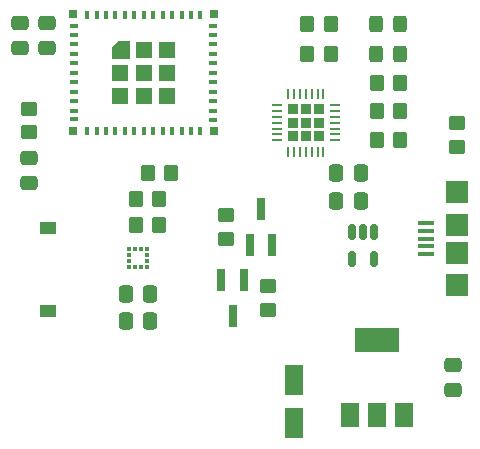
<source format=gtp>
%TF.GenerationSoftware,KiCad,Pcbnew,(6.0.1-0)*%
%TF.CreationDate,2022-02-13T16:39:06+01:00*%
%TF.ProjectId,NightLight,4e696768-744c-4696-9768-742e6b696361,rev?*%
%TF.SameCoordinates,Original*%
%TF.FileFunction,Paste,Top*%
%TF.FilePolarity,Positive*%
%FSLAX46Y46*%
G04 Gerber Fmt 4.6, Leading zero omitted, Abs format (unit mm)*
G04 Created by KiCad (PCBNEW (6.0.1-0)) date 2022-02-13 16:39:06*
%MOMM*%
%LPD*%
G01*
G04 APERTURE LIST*
G04 Aperture macros list*
%AMRoundRect*
0 Rectangle with rounded corners*
0 $1 Rounding radius*
0 $2 $3 $4 $5 $6 $7 $8 $9 X,Y pos of 4 corners*
0 Add a 4 corners polygon primitive as box body*
4,1,4,$2,$3,$4,$5,$6,$7,$8,$9,$2,$3,0*
0 Add four circle primitives for the rounded corners*
1,1,$1+$1,$2,$3*
1,1,$1+$1,$4,$5*
1,1,$1+$1,$6,$7*
1,1,$1+$1,$8,$9*
0 Add four rect primitives between the rounded corners*
20,1,$1+$1,$2,$3,$4,$5,0*
20,1,$1+$1,$4,$5,$6,$7,0*
20,1,$1+$1,$6,$7,$8,$9,0*
20,1,$1+$1,$8,$9,$2,$3,0*%
%AMOutline5P*
0 Free polygon, 5 corners , with rotation*
0 The origin of the aperture is its center*
0 number of corners: always 5*
0 $1 to $10 corner X, Y*
0 $11 Rotation angle, in degrees counterclockwise*
0 create outline with 5 corners*
4,1,5,$1,$2,$3,$4,$5,$6,$7,$8,$9,$10,$1,$2,$11*%
%AMOutline6P*
0 Free polygon, 6 corners , with rotation*
0 The origin of the aperture is its center*
0 number of corners: always 6*
0 $1 to $12 corner X, Y*
0 $13 Rotation angle, in degrees counterclockwise*
0 create outline with 6 corners*
4,1,6,$1,$2,$3,$4,$5,$6,$7,$8,$9,$10,$11,$12,$1,$2,$13*%
%AMOutline7P*
0 Free polygon, 7 corners , with rotation*
0 The origin of the aperture is its center*
0 number of corners: always 7*
0 $1 to $14 corner X, Y*
0 $15 Rotation angle, in degrees counterclockwise*
0 create outline with 7 corners*
4,1,7,$1,$2,$3,$4,$5,$6,$7,$8,$9,$10,$11,$12,$13,$14,$1,$2,$15*%
%AMOutline8P*
0 Free polygon, 8 corners , with rotation*
0 The origin of the aperture is its center*
0 number of corners: always 8*
0 $1 to $16 corner X, Y*
0 $17 Rotation angle, in degrees counterclockwise*
0 create outline with 8 corners*
4,1,8,$1,$2,$3,$4,$5,$6,$7,$8,$9,$10,$11,$12,$13,$14,$15,$16,$1,$2,$17*%
G04 Aperture macros list end*
%ADD10R,1.350000X0.400000*%
%ADD11R,1.900000X1.900000*%
%ADD12RoundRect,0.250000X-0.337500X-0.475000X0.337500X-0.475000X0.337500X0.475000X-0.337500X0.475000X0*%
%ADD13RoundRect,0.250000X-0.475000X0.337500X-0.475000X-0.337500X0.475000X-0.337500X0.475000X0.337500X0*%
%ADD14RoundRect,0.250000X0.350000X0.450000X-0.350000X0.450000X-0.350000X-0.450000X0.350000X-0.450000X0*%
%ADD15R,0.700000X0.700000*%
%ADD16R,1.450000X1.450000*%
%ADD17Outline5P,-0.725000X0.725000X0.725000X0.725000X0.725000X-0.217500X0.217500X-0.725000X-0.725000X-0.725000X180.000000*%
%ADD18R,0.400000X0.800000*%
%ADD19R,0.800000X0.400000*%
%ADD20RoundRect,0.150000X-0.150000X0.512500X-0.150000X-0.512500X0.150000X-0.512500X0.150000X0.512500X0*%
%ADD21RoundRect,0.062500X0.337500X-0.062500X0.337500X0.062500X-0.337500X0.062500X-0.337500X-0.062500X0*%
%ADD22RoundRect,0.062500X0.062500X-0.337500X0.062500X0.337500X-0.062500X0.337500X-0.062500X-0.337500X0*%
%ADD23RoundRect,0.225000X0.225000X-0.225000X0.225000X0.225000X-0.225000X0.225000X-0.225000X-0.225000X0*%
%ADD24RoundRect,0.250000X0.475000X-0.337500X0.475000X0.337500X-0.475000X0.337500X-0.475000X-0.337500X0*%
%ADD25R,0.800000X1.900000*%
%ADD26RoundRect,0.250000X0.337500X0.475000X-0.337500X0.475000X-0.337500X-0.475000X0.337500X-0.475000X0*%
%ADD27RoundRect,0.250000X-0.450000X0.350000X-0.450000X-0.350000X0.450000X-0.350000X0.450000X0.350000X0*%
%ADD28RoundRect,0.250000X0.325000X0.450000X-0.325000X0.450000X-0.325000X-0.450000X0.325000X-0.450000X0*%
%ADD29R,1.400000X1.000000*%
%ADD30RoundRect,0.250000X-0.350000X-0.450000X0.350000X-0.450000X0.350000X0.450000X-0.350000X0.450000X0*%
%ADD31RoundRect,0.250000X0.450000X-0.350000X0.450000X0.350000X-0.450000X0.350000X-0.450000X-0.350000X0*%
%ADD32R,1.500000X2.000000*%
%ADD33R,3.800000X2.000000*%
%ADD34R,0.350000X0.375000*%
%ADD35R,0.375000X0.350000*%
%ADD36RoundRect,0.250000X-0.550000X1.050000X-0.550000X-1.050000X0.550000X-1.050000X0.550000X1.050000X0*%
G04 APERTURE END LIST*
D10*
%TO.C,X1*%
X155937500Y-101300000D03*
X155937500Y-100650000D03*
X155937500Y-100000000D03*
X155937500Y-99350000D03*
X155937500Y-98700000D03*
D11*
X158612500Y-98800000D03*
X158612500Y-96050000D03*
X158612500Y-101200000D03*
X158612500Y-103950000D03*
%TD*%
D12*
%TO.C,C9*%
X148362500Y-96800000D03*
X150437500Y-96800000D03*
%TD*%
D13*
%TO.C,C6*%
X122400000Y-93162500D03*
X122400000Y-95237500D03*
%TD*%
D14*
%TO.C,R10*%
X153800000Y-86800000D03*
X151800000Y-86800000D03*
%TD*%
D15*
%TO.C,U1*%
X126130000Y-81000000D03*
X126130000Y-90900000D03*
X138030000Y-90900000D03*
X138030000Y-81000000D03*
D16*
X132080000Y-85950000D03*
X134055000Y-83975000D03*
X132080000Y-87925000D03*
X134055000Y-85950000D03*
X130105000Y-85950000D03*
X134055000Y-87925000D03*
X132080000Y-83975000D03*
X130105000Y-87925000D03*
D17*
X130130000Y-83975000D03*
D18*
X127280000Y-81050000D03*
X128080000Y-81050000D03*
X128880000Y-81050000D03*
X129680000Y-81050000D03*
X130480000Y-81050000D03*
X131280000Y-81050000D03*
X132080000Y-81050000D03*
X132880000Y-81050000D03*
X133680000Y-81050000D03*
X134480000Y-81050000D03*
X135280000Y-81050000D03*
X136080000Y-81050000D03*
X136880000Y-81050000D03*
X136880000Y-81050000D03*
D19*
X137980000Y-82000000D03*
X137980000Y-82750000D03*
X137980000Y-83550000D03*
X137980000Y-84350000D03*
X137980000Y-85150000D03*
X137980000Y-85950000D03*
X137980000Y-86750000D03*
X137980000Y-87550000D03*
X137980000Y-88350000D03*
X137980000Y-89150000D03*
X137980000Y-89950000D03*
D18*
X136880000Y-90850000D03*
X136080000Y-90850000D03*
X135280000Y-90850000D03*
X134480000Y-90850000D03*
X133680000Y-90850000D03*
X132880000Y-90850000D03*
X132080000Y-90850000D03*
X131280000Y-90850000D03*
X130480000Y-90850000D03*
X129680000Y-90850000D03*
X128880000Y-90850000D03*
X128080000Y-90850000D03*
X127280000Y-90850000D03*
D19*
X126180000Y-89900000D03*
X126180000Y-89150000D03*
X126180000Y-88350000D03*
X126180000Y-87550000D03*
X126180000Y-86750000D03*
X126180000Y-85950000D03*
X126180000Y-85150000D03*
X126180000Y-84350000D03*
X126180000Y-83550000D03*
X126180000Y-82750000D03*
X126180000Y-81950000D03*
%TD*%
D20*
%TO.C,D1*%
X151572000Y-99446500D03*
X150622000Y-99446500D03*
X149672000Y-99446500D03*
X149672000Y-101721500D03*
X151572000Y-101721500D03*
%TD*%
D21*
%TO.C,U3*%
X143346000Y-91670000D03*
X143346000Y-91170000D03*
X143346000Y-90670000D03*
X143346000Y-90170000D03*
X143346000Y-89670000D03*
X143346000Y-89170000D03*
X143346000Y-88670000D03*
D22*
X144296000Y-87720000D03*
X144796000Y-87720000D03*
X145296000Y-87720000D03*
X145796000Y-87720000D03*
X146296000Y-87720000D03*
X146796000Y-87720000D03*
X147296000Y-87720000D03*
D21*
X148246000Y-88670000D03*
X148246000Y-89170000D03*
X148246000Y-89670000D03*
X148246000Y-90170000D03*
X148246000Y-90670000D03*
X148246000Y-91170000D03*
X148246000Y-91670000D03*
D22*
X147296000Y-92620000D03*
X146796000Y-92620000D03*
X146296000Y-92620000D03*
X145796000Y-92620000D03*
X145296000Y-92620000D03*
X144796000Y-92620000D03*
X144296000Y-92620000D03*
D23*
X145796000Y-91290000D03*
X146916000Y-89050000D03*
X146916000Y-91290000D03*
X146916000Y-90170000D03*
X144676000Y-89050000D03*
X145796000Y-90170000D03*
X144676000Y-91290000D03*
X144676000Y-90170000D03*
X145796000Y-89050000D03*
%TD*%
D14*
%TO.C,R2*%
X134400000Y-94400000D03*
X132400000Y-94400000D03*
%TD*%
D24*
%TO.C,C4*%
X123900000Y-83837500D03*
X123900000Y-81762500D03*
%TD*%
%TO.C,C3*%
X121600000Y-83837500D03*
X121600000Y-81762500D03*
%TD*%
D25*
%TO.C,Q2*%
X140550000Y-103500000D03*
X138650000Y-103500000D03*
X139600000Y-106500000D03*
%TD*%
D26*
%TO.C,C5*%
X132609500Y-106933500D03*
X130534500Y-106933500D03*
%TD*%
D27*
%TO.C,R5*%
X139000000Y-98000000D03*
X139000000Y-100000000D03*
%TD*%
D28*
%TO.C,D3*%
X153800000Y-84328000D03*
X151750000Y-84328000D03*
%TD*%
D29*
%TO.C,PB1*%
X124000000Y-106100000D03*
X124000000Y-99100000D03*
%TD*%
D14*
%TO.C,R1*%
X133400000Y-96600000D03*
X131400000Y-96600000D03*
%TD*%
D25*
%TO.C,Q1*%
X141050000Y-100500000D03*
X142950000Y-100500000D03*
X142000000Y-97500000D03*
%TD*%
D30*
%TO.C,R3*%
X145933000Y-81788000D03*
X147933000Y-81788000D03*
%TD*%
D28*
%TO.C,D2*%
X153800000Y-81788000D03*
X151750000Y-81788000D03*
%TD*%
D31*
%TO.C,R6*%
X142600000Y-106000000D03*
X142600000Y-104000000D03*
%TD*%
D32*
%TO.C,U4*%
X149500000Y-114910000D03*
D33*
X151800000Y-108610000D03*
D32*
X151800000Y-114910000D03*
X154100000Y-114910000D03*
%TD*%
D27*
%TO.C,R7*%
X122400000Y-89000000D03*
X122400000Y-91000000D03*
%TD*%
D24*
%TO.C,C1*%
X158242000Y-112797500D03*
X158242000Y-110722500D03*
%TD*%
D14*
%TO.C,R9*%
X153800000Y-91600000D03*
X151800000Y-91600000D03*
%TD*%
D34*
%TO.C,U2*%
X132350000Y-100837500D03*
X131850000Y-100837500D03*
X131350000Y-100837500D03*
X130850000Y-100837500D03*
D35*
X130837500Y-101350000D03*
X130837500Y-101850000D03*
D34*
X130850000Y-102362500D03*
X131350000Y-102362500D03*
X131850000Y-102362500D03*
X132350000Y-102362500D03*
D35*
X132362500Y-101850000D03*
X132362500Y-101350000D03*
%TD*%
D26*
%TO.C,C7*%
X132609500Y-104647500D03*
X130534500Y-104647500D03*
%TD*%
D14*
%TO.C,R4*%
X133400000Y-98800000D03*
X131400000Y-98800000D03*
%TD*%
D30*
%TO.C,R11*%
X151800000Y-89200000D03*
X153800000Y-89200000D03*
%TD*%
%TO.C,R12*%
X145933000Y-84328000D03*
X147933000Y-84328000D03*
%TD*%
D36*
%TO.C,C2*%
X144780000Y-111992000D03*
X144780000Y-115592000D03*
%TD*%
D31*
%TO.C,R8*%
X158600000Y-92200000D03*
X158600000Y-90200000D03*
%TD*%
D12*
%TO.C,C8*%
X148362500Y-94400000D03*
X150437500Y-94400000D03*
%TD*%
M02*

</source>
